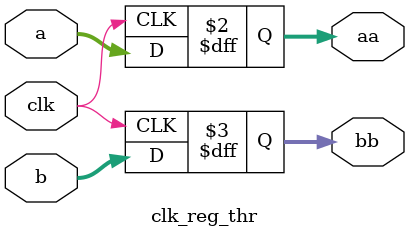
<source format=sv>

module mips(input  logic        clk, reset,
            output logic [31:0] adr, writedata,
            output logic        memwrite,
            input  logic [31:0] readdata);

  logic        zero, pcen, irwrite, regwrite,
               alusrca, iord, memtoreg, regdst;
  logic [1:0]  alusrcb, pcsrc;
  logic [2:0]  alucontrol;
  logic [5:0]  op, funct;

  controller c(clk, reset, op, funct, zero,
               pcen, memwrite, irwrite, regwrite,
               alusrca, iord, memtoreg, regdst, 
               alusrcb, pcsrc, alucontrol);
  datapath dp(clk, reset, 
              pcen, irwrite, regwrite,
              alusrca, iord, memtoreg, regdst,
              alusrcb, pcsrc, alucontrol,
              op, funct, zero,
              adr, writedata, readdata);
endmodule

module controller(input  logic       clk, reset,
                  input  logic [5:0] op, funct,
                  input  logic       zero,
                  output logic       pcen, memwrite, irwrite, regwrite,
                  output logic       alusrca, iord, memtoreg, regdst,
                  output logic [1:0] alusrcb, pcsrc,
                  output logic [2:0] alucontrol);

  logic [1:0] aluop;
  logic       branch, pcwrite;

  // Main Decoder and ALU Decoder subunits.
  maindec md(clk, reset, op,
             pcwrite, memwrite, irwrite, regwrite,
             alusrca, branch, iord, memtoreg, regdst, 
             alusrcb, pcsrc, aluop);
  aludec  ad(funct, aluop, alucontrol);

  // ADD CODE HERE // DONE
  // Add combinational logic (i.e. an assign statement) 
  // to produce the PCEn signal (pcen) from the branch, 
  // zero, and pcwrite signals
  assign pcen = pcwrite | (branch & zero);
 
endmodule

module maindec(input  logic       clk, reset, 
               input  logic [5:0] op, 
               output logic       pcwrite, memwrite, irwrite, regwrite,
               output logic       alusrca, branch, iord, memtoreg, regdst,
               output logic [1:0] alusrcb, pcsrc,
               output logic [1:0] aluop);

  parameter   FETCH   = 4'b0000; 	// State 0
  parameter   DECODE  = 4'b0001; 	// State 1
  parameter   MEMADR  = 4'b0010;	// State 2
  parameter   MEMRD   = 4'b0011;	// State 3
  parameter   MEMWB   = 4'b0100;	// State 4
  parameter   MEMWR   = 4'b0101;	// State 5
  parameter   RTYPEEX = 4'b0110;	// State 6
  parameter   RTYPEWB = 4'b0111;	// State 7
  parameter   BEQEX   = 4'b1000;	// State 8
  parameter   ADDIEX  = 4'b1001;	// State 9
  parameter   ADDIWB  = 4'b1010;	// state 10
  parameter   JEX     = 4'b1011;	// State 11

  parameter   LW      = 6'b100011;	// Opcode for lw
  parameter   SW      = 6'b101011;	// Opcode for sw
  parameter   RTYPE   = 6'b000000;	// Opcode for R-type
  parameter   BEQ     = 6'b000100;	// Opcode for beq
  parameter   ADDI    = 6'b001000;	// Opcode for addi
  parameter   J       = 6'b000010;	// Opcode for j

  logic [3:0]  state, nextstate;
  logic [14:0] controls;

  // state register
  always_ff @(posedge clk or posedge reset)			
    if(reset) state <= FETCH;
    else state <= nextstate;

  // ADD CODE HERE // DONE
  // Finish entering the next state logic below.  We've completed the first 
  // two states, FETCH and DECODE, for you.

  // next state logic
  always_comb
    case(state)
      FETCH:   nextstate <= DECODE;
      DECODE:  case(op)
                 LW:      nextstate <= MEMADR;
                 SW:      nextstate <= MEMADR;
                 RTYPE:   nextstate <= RTYPEEX;
                 BEQ:     nextstate <= BEQEX;
                 ADDI:    nextstate <= ADDIEX;
                 J:       nextstate <= JEX;
                 default: nextstate <= 4'bx; // should never happen
               endcase
      MEMADR:	case(op)
		 LW:	  nextstate <= MEMRD;
		 SW:	  nextstate <= MEMWR;
		 default: nextstate <= 4'bx; // should never happen
		endcase
      MEMRD:    nextstate <= MEMWB;
      MEMWB: 	nextstate <= FETCH;
      MEMWR: 	nextstate <= FETCH;
      RTYPEEX: 	nextstate <= RTYPEWB;
      RTYPEWB: 	nextstate <= FETCH;
      BEQEX:   	nextstate <= FETCH;
      ADDIEX:   nextstate <= ADDIWB;
      ADDIWB:   nextstate <= FETCH;
      JEX:     	nextstate <= FETCH;
      default: nextstate <= 4'bx; // should never happen
    endcase

  // output logic
  assign {pcwrite, memwrite, irwrite, regwrite, 
          alusrca, branch, iord, memtoreg, regdst,
          alusrcb, pcsrc, aluop} = controls;

  // ADD CODE HERE // DONE
  // Finish entering the output logic below.  We've entered the
  // output logic for the first two states, S0 and S1, for you.
  always_comb
    case(state)
      FETCH:   	controls <= 15'h5010;
      DECODE:  	controls <= 15'h0030;
      MEMADR:  	controls <= 15'h0420;
      MEMRD: 	controls <= 15'h0100;
      MEMWB:	controls <= 15'h0880;
      MEMWR:	controls <= 15'h2100; 
      RTYPEEX:	controls <= 15'h0402;
      RTYPEWB:	controls <= 15'h0840;
      BEQEX:	controls <= 15'h0605;
      ADDIEX:	controls <= 15'h0420;
      ADDIWB:	controls <= 15'h0800;
      JEX:	controls <= 15'h4008;     
      default: controls <= 15'hxxxx; // should never happen
    endcase
endmodule

module aludec(input  logic [5:0] funct,
              input  logic [1:0] aluop,
              output logic [2:0] alucontrol);

  // ADD CODE HERE // DONE
  // Complete the design for the ALU Decoder.
  // Your design goes here.  Remember that this is a combinational 
  // module. 

  // Remember that you may also reuse any code from previous labs.
  // aludec module copied from lab5:-

  always_comb
    case(aluop)
      2'b00: alucontrol = 3'b010;  // add
      2'b01: alucontrol = 3'b110;  // sub
      2'b11: alucontrol = 3'b111;  // BLE
      default: case(funct)          // RTYPE
          6'b100000: alucontrol = 3'b010; // ADD
          6'b100010: alucontrol = 3'b110; // SUB
          6'b100100: alucontrol = 3'b000; // AND
          6'b100101: alucontrol = 3'b001; // OR
          6'b101010: alucontrol = 3'b111; // SLT
	  6'b101011: alucontrol = 3'b011; // SLTU
          default:   alucontrol = 3'bxxx; // don't care
        endcase
    endcase
endmodule




// Complete the datapath module below for Lab 11.
// You do not need to complete this module for Lab 10

// The datapath unit is a structural verilog module.  That is,
// it is composed of instances of its sub-modules.  For example,
// the instruction register is instantiated as a 32-bit flopenr.
// The other submodules are likewise instantiated.

module datapath(input  logic        clk, reset,
                input  logic        pcen, irwrite, regwrite,
                input  logic        alusrca, iord, memtoreg, regdst,
                input  logic [1:0]  alusrcb, pcsrc, 
                input  logic [2:0]  alucontrol,
                output logic [5:0]  op, funct,
                output logic        zero,
                output logic [31:0] adr, writedata, 
                input  logic [31:0] readdata);

  // Below are the internal signals of the datapath module.

  logic [4:0]  writereg;
  logic [31:0] pcnext, pc;
  logic [31:0] instr, data, srca, srcb;
  logic [31:0] a, b;
  logic [31:0] aluresult, aluout;
  logic [31:0] signimm;   // the sign-extended immediate
  logic [31:0] signimmsh;	// the sign-extended immediate shifted left by 2
  logic [31:0] wd3, rd1, rd2;

  // op and funct fields to controller
  assign op = instr[31:26];
  assign funct = instr[5:0];

  // Your datapath hardware goes below.  Instantiate each of the submodules
  // that you need.  Remember that alu's, mux's and various other 
  // versions of parameterizable modules are available in mipsparts.sv
  // from Lab 9. You'll likely want to include this verilog file in your
  // simulation.

  // We've included parameterizable 3:1 and 4:1 muxes below for your use.

  // Remember to give your instantiated modules applicable names
  // such as pcreg (PC register), wdmux (Write Data Mux), etc.
  // so it's easier to understand.

  // ADD CODE HERE

  // sign extentions
  assign signimm = {{16{instr[15]}}, instr[15:0]};
  assign signimmsh = {signimm[29:2], 2'b0};

  // register file definitions
  logic [4:0] wa3;
  regfile rf(clk, regwrite, instr[25:21], instr[20:16], wa3, wd3, rd1, rd2);

  // alu definition
  alu our_alu(srca, srcb, alucontrol, aluresult, zero);
  
// datapath
  // registers in datapath
  clk_reg #(32) pc_reg(pc, clk, pcen, pcnext);
  clk_reg #(32) instr_reg(instr, clk, irwrite, instr);
  clk_reg_two #(32) data_reg(instr, clk, data);
  clk_reg_two #(32) aluout_reg(aluresult, clk, aluout);
  clk_reg_thr #(32) rf_reg(rd1, rd2, clk, a, b);

  // muxes in datapath
  // srca mux
  assign srca = (alusrca) ? a : pcnext;
  // srcb mux
  mux4 #(32) srcbmux(b, 32'h00000004, signimm, signimmsh, alusrcb, srcb);
  // wd3 mux
  assign wd3 = (memtoreg) ? aluout : data;
  // a3 mux
  assign wa3 = (regdst) ? instr[15:11] : instr[20:16];
   
endmodule


module mux3 #(parameter WIDTH = 8)
             (input  logic [WIDTH-1:0] d0, d1, d2,
              input  logic [1:0]       s, 
              output logic [WIDTH-1:0] y);

  assign #1 y = s[1] ? d2 : (s[0] ? d1 : d0); 
endmodule

module mux4 #(parameter WIDTH = 8)
             (input  logic [WIDTH-1:0] d0, d1, d2, d3,
              input  logic [1:0]       s, 
              output logic [WIDTH-1:0] y);

   always_comb
      case(s)
         2'b00: y <= d0;
         2'b01: y <= d1;
         2'b10: y <= d2;
         2'b11: y <= d3;
      endcase
endmodule

module clk_reg #(parameter WIDTH = 8)
		(input logic [WIDTH-1:0]  d,
		 input logic 		 en, clk,
		 output logic [WIDTH-1:0] q);

always_ff @ (posedge clk)
	if (en) q <= d;

endmodule

module clk_reg_two #(parameter WIDTH = 8)
		    (input logic [WIDTH-1:0]  d,
		     input logic 	    clk,
		     output logic [WIDTH-1:0] q);

always_ff @ (posedge clk)
	q <= d;

endmodule

module clk_reg_thr #(parameter WIDTH = 8)
		    (input logic [WIDTH-1:0]  a, b,
		     input logic 	    clk,
		     output logic [WIDTH-1:0] aa, bb);

always_ff @ (posedge clk) begin
	aa <= a;
	bb <= b;
end

endmodule


</source>
